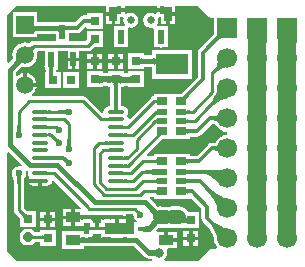
<source format=gtl>
G04*
G04 #@! TF.GenerationSoftware,Altium Limited,Altium Designer,20.2.6 (244)*
G04*
G04 Layer_Physical_Order=1*
G04 Layer_Color=255*
%FSLAX24Y24*%
%MOIN*%
G70*
G04*
G04 #@! TF.SameCoordinates,5BA78797-F0C5-4362-90F7-91A5E935EFA1*
G04*
G04*
G04 #@! TF.FilePolarity,Positive*
G04*
G01*
G75*
%ADD12C,0.0100*%
%ADD34R,0.0300X0.0300*%
%ADD35R,0.0300X0.0300*%
%ADD36R,0.0197X0.0472*%
%ADD37R,0.0394X0.0177*%
%ADD38R,0.0354X0.0256*%
%ADD39R,0.0354X0.0197*%
%ADD40R,0.0500X0.0350*%
%ADD41O,0.0591X0.0118*%
%ADD42P,0.0325X8X292.5*%
%ADD43R,0.0236X0.0472*%
%ADD44R,0.0157X0.0256*%
%ADD45R,0.0256X0.0512*%
%ADD46C,0.0591*%
%ADD47R,0.0591X0.0591*%
%ADD48R,0.1102X0.0709*%
%ADD49C,0.0130*%
%ADD50C,0.0157*%
%ADD51C,0.0472*%
%ADD52C,0.0118*%
%ADD53C,0.0197*%
%ADD54C,0.0591*%
%ADD55C,0.0669*%
%ADD56R,0.0669X0.0669*%
%ADD57C,0.0256*%
%ADD58C,0.0236*%
%ADD59C,0.0315*%
G36*
X6886Y8286D02*
X6886Y8286D01*
X6939Y8252D01*
X7000Y8239D01*
X7047D01*
Y7739D01*
X7046Y7734D01*
X7047Y7728D01*
Y7707D01*
X7022Y7678D01*
X6562Y7218D01*
X6523Y7159D01*
X6509Y7090D01*
Y6274D01*
X5980Y5745D01*
X5971Y5737D01*
X5957Y5726D01*
X5949Y5720D01*
X5670D01*
Y5720D01*
X5630D01*
Y5720D01*
X5040D01*
Y5641D01*
X4998Y5632D01*
X4943Y5595D01*
X4242Y4894D01*
X4188Y4911D01*
X4183Y4935D01*
X4144Y4993D01*
Y4994D01*
X4183Y5052D01*
X4197Y5122D01*
X4183Y5191D01*
X4144Y5249D01*
X4085Y5288D01*
X4016Y5302D01*
X3960D01*
Y5932D01*
X4048D01*
Y5968D01*
X4070Y5969D01*
X4178D01*
X4192Y5969D01*
Y5932D01*
X4305D01*
X4311Y5931D01*
X4317Y5932D01*
X4728D01*
Y6468D01*
X4317D01*
X4311Y6469D01*
X4305Y6468D01*
X4192D01*
Y6413D01*
X4164Y6411D01*
X4071D01*
X4063Y6411D01*
X4048Y6413D01*
Y6468D01*
X3934D01*
X3929Y6469D01*
X3923Y6468D01*
X3637D01*
X3631Y6469D01*
X3625Y6468D01*
X3512D01*
Y6423D01*
X3483Y6421D01*
X3370D01*
X3348Y6422D01*
Y6468D01*
X3234D01*
X3229Y6469D01*
X3223Y6468D01*
X2812D01*
Y5932D01*
X3223D01*
X3229Y5931D01*
X3234Y5932D01*
X3348D01*
Y5977D01*
X3377Y5979D01*
X3490D01*
X3512Y5978D01*
Y5932D01*
X3599D01*
Y5302D01*
X3544D01*
X3474Y5288D01*
X3416Y5249D01*
X3377Y5191D01*
X3363Y5122D01*
X3366Y5107D01*
X3320Y5083D01*
X2811Y5591D01*
X2756Y5628D01*
X2690Y5641D01*
X988D01*
X971Y5691D01*
X1032Y5738D01*
X1095Y5821D01*
X1135Y5917D01*
X1141Y5961D01*
X750D01*
Y6020D01*
X691D01*
Y6411D01*
X647Y6405D01*
X551Y6365D01*
X501Y6327D01*
X451Y6352D01*
Y6437D01*
X601Y6587D01*
X607Y6592D01*
X619Y6601D01*
X629Y6607D01*
X638Y6611D01*
X645Y6613D01*
X649Y6614D01*
X653Y6615D01*
X655Y6615D01*
X666Y6613D01*
X672Y6613D01*
X684Y6612D01*
X685Y6612D01*
X685Y6612D01*
X750Y6603D01*
X858Y6617D01*
X958Y6659D01*
X1045Y6725D01*
X1111Y6812D01*
X1153Y6912D01*
X1167Y7020D01*
X1157Y7099D01*
X1194Y7149D01*
X1403D01*
Y6641D01*
X1402Y6635D01*
X1403Y6629D01*
Y6516D01*
X1439D01*
Y6458D01*
X1420D01*
Y6353D01*
X1419Y6352D01*
X1420Y6348D01*
Y6344D01*
X1418Y6339D01*
X1420Y6333D01*
Y5922D01*
X1956D01*
Y6458D01*
X1800D01*
Y6516D01*
X1836D01*
Y6629D01*
X1837Y6635D01*
X1836Y6641D01*
Y7149D01*
X2169D01*
Y6929D01*
X2368D01*
X2566D01*
Y7149D01*
X2856D01*
X2921Y7162D01*
X2977Y7199D01*
X3034Y7256D01*
X3049Y7270D01*
X3057Y7276D01*
X3067D01*
X3073Y7275D01*
X3078Y7276D01*
X3348D01*
Y7812D01*
X2812D01*
Y7542D01*
X2811Y7537D01*
X2812Y7531D01*
Y7521D01*
X2795Y7502D01*
X2785Y7491D01*
X2210D01*
Y7749D01*
X2500D01*
X2569Y7763D01*
X2628Y7802D01*
X2762Y7936D01*
X2812Y7916D01*
Y7888D01*
X3348D01*
Y8424D01*
X2812D01*
Y8337D01*
X2726D01*
X2657Y8323D01*
X2598Y8284D01*
X2425Y8111D01*
X2210D01*
Y8124D01*
X2098D01*
X2093Y8125D01*
X2093Y8125D01*
X2092Y8125D01*
X2086Y8124D01*
X1902D01*
X1896Y8125D01*
X1891Y8124D01*
X1886Y8125D01*
X1884Y8124D01*
X1777D01*
Y8101D01*
X1168D01*
X1163Y8101D01*
Y8433D01*
X337D01*
Y7607D01*
X1163D01*
Y7699D01*
X1168Y7699D01*
X1772D01*
X1777Y7699D01*
Y7491D01*
X1050D01*
X984Y7478D01*
X929Y7441D01*
X895Y7407D01*
X858Y7423D01*
X750Y7437D01*
X642Y7423D01*
X542Y7381D01*
X455Y7315D01*
X389Y7228D01*
X347Y7128D01*
X333Y7020D01*
X342Y6955D01*
X342Y6955D01*
X342Y6954D01*
X343Y6942D01*
X343Y6936D01*
X345Y6925D01*
X345Y6923D01*
X344Y6919D01*
X343Y6915D01*
X341Y6908D01*
X337Y6899D01*
X331Y6889D01*
X322Y6877D01*
X317Y6871D01*
X207Y6761D01*
X161Y6780D01*
Y8333D01*
X467Y8639D01*
X3467D01*
Y8449D01*
X3695D01*
Y8390D01*
X3754D01*
Y8034D01*
X3923D01*
Y8290D01*
X4002D01*
X4038Y8240D01*
X4024Y8173D01*
X4044Y8077D01*
X4078Y8026D01*
X4051Y7976D01*
X3704D01*
Y7645D01*
X3700Y7622D01*
X3704Y7599D01*
Y7268D01*
X4177D01*
Y7599D01*
X4182Y7622D01*
X4177Y7645D01*
Y7891D01*
X4227Y7932D01*
X4275Y7922D01*
X4371Y7942D01*
X4453Y7996D01*
X4507Y8077D01*
X4526Y8173D01*
X4507Y8269D01*
X4453Y8351D01*
X4371Y8405D01*
X4275Y8424D01*
X4179Y8405D01*
X4130Y8372D01*
X4080Y8399D01*
Y8459D01*
X3901D01*
Y8577D01*
X4080D01*
Y8639D01*
X5140D01*
Y8577D01*
X5319D01*
Y8459D01*
X5140D01*
Y8399D01*
X5090Y8372D01*
X5041Y8405D01*
X4945Y8424D01*
X4849Y8405D01*
X4767Y8351D01*
X4713Y8269D01*
X4694Y8173D01*
X4713Y8077D01*
X4767Y7996D01*
X4849Y7942D01*
X4945Y7922D01*
X4993Y7932D01*
X5043Y7891D01*
Y7520D01*
X5039Y7500D01*
X5043Y7480D01*
Y7268D01*
X5236D01*
X5280Y7259D01*
X5324Y7268D01*
X5516D01*
Y7473D01*
X5521Y7500D01*
X5516Y7527D01*
Y7976D01*
X5169D01*
X5142Y8026D01*
X5176Y8077D01*
X5196Y8173D01*
X5182Y8240D01*
X5218Y8290D01*
X5297D01*
Y8034D01*
X5466D01*
Y8390D01*
X5525D01*
Y8449D01*
X5753D01*
Y8639D01*
X6533D01*
X6886Y8286D01*
D02*
G37*
G36*
X2931Y8038D02*
X2930Y8049D01*
X2926Y8059D01*
X2921Y8068D01*
X2912Y8076D01*
X2902Y8082D01*
X2889Y8087D01*
X2873Y8092D01*
X2856Y8094D01*
X2836Y8096D01*
X2813Y8097D01*
Y8215D01*
X2836Y8216D01*
X2856Y8217D01*
X2873Y8220D01*
X2889Y8224D01*
X2902Y8230D01*
X2912Y8236D01*
X2921Y8244D01*
X2926Y8253D01*
X2930Y8263D01*
X2931Y8274D01*
Y8038D01*
D02*
G37*
G36*
X2092Y8002D02*
X2096Y7999D01*
X2101Y7997D01*
X2110Y7995D01*
X2120Y7993D01*
X2133Y7992D01*
X2187Y7989D01*
X2209Y7989D01*
Y7871D01*
X2186Y7870D01*
X2166Y7869D01*
X2148Y7866D01*
X2133Y7861D01*
X2120Y7856D01*
X2109Y7850D01*
X2101Y7842D01*
X2095Y7833D01*
X2091Y7823D01*
X2090Y7812D01*
X2091Y8005D01*
X2092Y8002D01*
D02*
G37*
G36*
X2056Y7851D02*
X2055Y7848D01*
X2055Y7843D01*
X2054Y7829D01*
X2053Y7770D01*
X1935D01*
X1931Y7853D01*
X2057D01*
X2056Y7851D01*
D02*
G37*
G36*
X1898Y7743D02*
X1896Y7757D01*
X1891Y7771D01*
X1883Y7783D01*
X1872Y7793D01*
X1858Y7802D01*
X1840Y7809D01*
X1820Y7814D01*
X1796Y7818D01*
X1769Y7820D01*
X1739Y7821D01*
Y7979D01*
X1769Y7979D01*
X1857Y7985D01*
X1871Y7988D01*
X1882Y7992D01*
X1890Y7996D01*
X1895Y8000D01*
X1896Y8005D01*
X1898Y7743D01*
D02*
G37*
G36*
X1044Y8043D02*
X1049Y8029D01*
X1057Y8017D01*
X1068Y8007D01*
X1083Y7998D01*
X1100Y7991D01*
X1121Y7986D01*
X1144Y7982D01*
X1171Y7980D01*
X1202Y7979D01*
Y7821D01*
X1171Y7820D01*
X1144Y7818D01*
X1121Y7814D01*
X1100Y7809D01*
X1083Y7802D01*
X1068Y7793D01*
X1057Y7783D01*
X1049Y7771D01*
X1044Y7757D01*
X1043Y7743D01*
Y8057D01*
X1044Y8043D01*
D02*
G37*
G36*
X7334Y7567D02*
X7324Y7573D01*
X7314Y7577D01*
X7301D01*
X7287Y7573D01*
X7271Y7567D01*
X7253Y7557D01*
X7234Y7543D01*
X7213Y7526D01*
X7167Y7483D01*
X7083Y7567D01*
X7106Y7591D01*
X7143Y7634D01*
X7157Y7653D01*
X7167Y7671D01*
X7173Y7687D01*
X7177Y7701D01*
Y7714D01*
X7173Y7724D01*
X7167Y7734D01*
X7334Y7567D01*
D02*
G37*
G36*
X3073Y7395D02*
X3065Y7401D01*
X3056Y7404D01*
X3045D01*
X3033Y7401D01*
X3020Y7395D01*
X3005Y7387D01*
X2988Y7375D01*
X2971Y7361D01*
X2931Y7325D01*
X2860Y7395D01*
X2880Y7416D01*
X2911Y7453D01*
X2923Y7469D01*
X2931Y7484D01*
X2937Y7497D01*
X2940Y7509D01*
Y7520D01*
X2937Y7529D01*
X2931Y7537D01*
X3073Y7395D01*
D02*
G37*
G36*
X1062Y7261D02*
X1049Y7248D01*
X1039Y7235D01*
X1030Y7222D01*
X1022Y7210D01*
X1017Y7199D01*
X1013Y7187D01*
X1012Y7176D01*
X1012Y7166D01*
X1014Y7156D01*
X1017Y7146D01*
X876Y7287D01*
X886Y7284D01*
X896Y7282D01*
X906Y7282D01*
X917Y7283D01*
X929Y7287D01*
X940Y7292D01*
X952Y7300D01*
X965Y7309D01*
X978Y7319D01*
X991Y7332D01*
X1062Y7261D01*
D02*
G37*
G36*
X940Y7139D02*
X829Y7020D01*
X750Y7099D01*
X753Y7100D01*
X757Y7103D01*
X764Y7109D01*
X797Y7139D01*
X869Y7210D01*
X940Y7139D01*
D02*
G37*
G36*
X9826Y7561D02*
X9820Y7543D01*
X9814Y7513D01*
X9809Y7472D01*
X9801Y7354D01*
X9795Y6976D01*
X9205D01*
X9204Y7088D01*
X9174Y7561D01*
X9167Y7567D01*
X9833D01*
X9826Y7561D01*
D02*
G37*
G36*
X8826D02*
X8820Y7543D01*
X8814Y7513D01*
X8809Y7472D01*
X8801Y7354D01*
X8795Y6976D01*
X8205D01*
X8204Y7088D01*
X8174Y7561D01*
X8167Y7567D01*
X8833D01*
X8826Y7561D01*
D02*
G37*
G36*
X685Y6732D02*
X666Y6735D01*
X648Y6735D01*
X629Y6733D01*
X611Y6729D01*
X591Y6722D01*
X572Y6713D01*
X553Y6701D01*
X533Y6687D01*
X513Y6671D01*
X493Y6652D01*
X382Y6763D01*
X401Y6783D01*
X417Y6803D01*
X431Y6823D01*
X443Y6842D01*
X452Y6861D01*
X459Y6880D01*
X463Y6899D01*
X465Y6918D01*
X465Y6936D01*
X462Y6955D01*
X685Y6732D01*
D02*
G37*
G36*
X7435Y6572D02*
X7402Y6575D01*
X7368Y6574D01*
X7332Y6566D01*
X7294Y6554D01*
X7255Y6536D01*
X7214Y6512D01*
X7172Y6484D01*
X7128Y6449D01*
X7082Y6410D01*
X7035Y6365D01*
X6965Y6435D01*
X7010Y6482D01*
X7084Y6572D01*
X7112Y6614D01*
X7136Y6655D01*
X7154Y6694D01*
X7166Y6732D01*
X7174Y6768D01*
X7175Y6802D01*
X7172Y6835D01*
X7435Y6572D01*
D02*
G37*
G36*
X1710Y6634D02*
X1703Y6630D01*
X1697Y6624D01*
X1692Y6616D01*
X1688Y6605D01*
X1685Y6592D01*
X1682Y6577D01*
X1680Y6559D01*
X1679Y6517D01*
X1561D01*
X1560Y6539D01*
X1557Y6577D01*
X1554Y6592D01*
X1551Y6605D01*
X1547Y6616D01*
X1542Y6624D01*
X1536Y6630D01*
X1530Y6634D01*
X1522Y6635D01*
X1717D01*
X1710Y6634D01*
D02*
G37*
G36*
X1679Y6434D02*
X1681Y6414D01*
X1684Y6397D01*
X1688Y6381D01*
X1693Y6368D01*
X1700Y6358D01*
X1708Y6349D01*
X1716Y6344D01*
X1726Y6340D01*
X1738Y6339D01*
X1539D01*
X1543Y6340D01*
X1547Y6344D01*
X1550Y6349D01*
X1553Y6358D01*
X1555Y6368D01*
X1557Y6381D01*
X1560Y6414D01*
X1561Y6457D01*
X1679D01*
X1679Y6434D01*
D02*
G37*
G36*
X4311Y6051D02*
X4309Y6059D01*
X4303Y6066D01*
X4293Y6072D01*
X4280Y6077D01*
X4262Y6081D01*
X4240Y6085D01*
X4215Y6088D01*
X4152Y6091D01*
X4120Y6092D01*
X4088Y6091D01*
X4000Y6085D01*
X3978Y6081D01*
X3960Y6077D01*
X3946Y6072D01*
X3937Y6066D01*
X3931Y6059D01*
X3929Y6051D01*
Y6349D01*
X3931Y6337D01*
X3937Y6327D01*
X3946Y6318D01*
X3960Y6310D01*
X3978Y6304D01*
X4000Y6298D01*
X4025Y6294D01*
X4055Y6291D01*
X4122Y6289D01*
X4152Y6289D01*
X4215Y6294D01*
X4240Y6298D01*
X4262Y6304D01*
X4280Y6310D01*
X4293Y6318D01*
X4303Y6327D01*
X4309Y6337D01*
X4311Y6349D01*
Y6051D01*
D02*
G37*
G36*
X3631D02*
X3629Y6061D01*
X3623Y6069D01*
X3613Y6077D01*
X3600Y6083D01*
X3582Y6089D01*
X3560Y6094D01*
X3535Y6097D01*
X3472Y6101D01*
X3434Y6102D01*
Y6298D01*
X3472Y6299D01*
X3560Y6306D01*
X3582Y6311D01*
X3600Y6317D01*
X3613Y6323D01*
X3623Y6331D01*
X3629Y6339D01*
X3631Y6349D01*
Y6051D01*
D02*
G37*
G36*
X3231Y6339D02*
X3237Y6331D01*
X3246Y6323D01*
X3260Y6317D01*
X3278Y6311D01*
X3300Y6306D01*
X3325Y6303D01*
X3388Y6299D01*
X3425Y6298D01*
Y6102D01*
X3388Y6101D01*
X3300Y6094D01*
X3278Y6089D01*
X3260Y6083D01*
X3246Y6077D01*
X3237Y6069D01*
X3231Y6061D01*
X3229Y6051D01*
Y6349D01*
X3231Y6339D01*
D02*
G37*
G36*
X3847Y6126D02*
X3846Y6120D01*
X3849D01*
X3847Y6116D01*
X3846Y6109D01*
X3844Y6097D01*
X3842Y6064D01*
X3841Y6052D01*
X3898D01*
X3887Y6051D01*
X3877Y6048D01*
X3868Y6042D01*
X3860Y6033D01*
X3854Y6023D01*
X3848Y6009D01*
X3844Y5994D01*
X3841Y5976D01*
X3840Y5958D01*
X3839Y5914D01*
X3721D01*
X3717Y5983D01*
X3715Y5994D01*
X3711Y6009D01*
X3706Y6023D01*
X3700Y6033D01*
X3692Y6042D01*
X3683Y6048D01*
X3673Y6051D01*
X3662Y6052D01*
X3714D01*
X3710Y6120D01*
X3711D01*
X3710Y6130D01*
X3849D01*
X3847Y6126D01*
D02*
G37*
G36*
X6224Y5650D02*
X6199Y5623D01*
X6159Y5577D01*
X6145Y5557D01*
X6134Y5539D01*
X6128Y5523D01*
X6125Y5510D01*
X6126Y5499D01*
X6131Y5490D01*
X6140Y5483D01*
X5925Y5599D01*
X5936Y5595D01*
X5948Y5594D01*
X5962Y5595D01*
X5977Y5599D01*
X5993Y5606D01*
X6010Y5616D01*
X6029Y5629D01*
X6049Y5644D01*
X6070Y5663D01*
X6092Y5684D01*
X6224Y5650D01*
D02*
G37*
G36*
X5160Y5379D02*
X5159Y5387D01*
X5156Y5395D01*
X5152Y5402D01*
X5145Y5408D01*
X5136Y5413D01*
X5126Y5417D01*
X5113Y5420D01*
X5099Y5422D01*
X5082Y5423D01*
X5064Y5424D01*
Y5524D01*
X5082Y5524D01*
X5099Y5526D01*
X5113Y5528D01*
X5126Y5531D01*
X5136Y5535D01*
X5145Y5540D01*
X5152Y5546D01*
X5156Y5553D01*
X5159Y5561D01*
X5160Y5569D01*
Y5379D01*
D02*
G37*
G36*
X3839Y5276D02*
X3841Y5256D01*
X3844Y5238D01*
X3848Y5222D01*
X3854Y5209D01*
X3860Y5198D01*
X3868Y5190D01*
X3877Y5184D01*
X3887Y5181D01*
X3898Y5179D01*
X3662D01*
X3673Y5181D01*
X3683Y5184D01*
X3692Y5190D01*
X3700Y5198D01*
X3706Y5209D01*
X3711Y5222D01*
X3715Y5238D01*
X3718Y5256D01*
X3720Y5276D01*
X3721Y5299D01*
X3839D01*
X3839Y5276D01*
D02*
G37*
G36*
X7500Y5565D02*
X7446Y5561D01*
X7389Y5549D01*
X7329Y5529D01*
X7266Y5500D01*
X7200Y5463D01*
X7131Y5418D01*
X7060Y5365D01*
X6908Y5235D01*
X6828Y5157D01*
X6757Y5228D01*
X6835Y5308D01*
X6965Y5460D01*
X7018Y5531D01*
X7063Y5600D01*
X7100Y5666D01*
X7129Y5729D01*
X7149Y5789D01*
X7161Y5846D01*
X7165Y5900D01*
X7500Y5565D01*
D02*
G37*
G36*
X1521Y5175D02*
X1525Y5174D01*
X1531Y5174D01*
X1561Y5172D01*
X1626Y5172D01*
Y5072D01*
X1519Y5067D01*
Y5176D01*
X1521Y5175D01*
D02*
G37*
G36*
X2127Y5038D02*
X2118Y5044D01*
X2106Y5049D01*
X2090Y5054D01*
X2070Y5058D01*
X2046Y5062D01*
X1986Y5067D01*
X1868Y5070D01*
X1866Y5170D01*
X1909Y5170D01*
X2044Y5179D01*
X2068Y5183D01*
X2088Y5187D01*
X2105Y5192D01*
X2117Y5198D01*
X2126Y5205D01*
X2127Y5038D01*
D02*
G37*
G36*
X6142Y5216D02*
X6145Y5208D01*
X6150Y5201D01*
X6157Y5194D01*
X6166Y5189D01*
X6177Y5185D01*
X6190Y5182D01*
X6205Y5179D01*
X6222Y5178D01*
X6241Y5177D01*
Y5077D01*
X6222Y5077D01*
X6205Y5076D01*
X6190Y5073D01*
X6177Y5070D01*
X6166Y5066D01*
X6157Y5060D01*
X6150Y5054D01*
X6145Y5047D01*
X6142Y5039D01*
X6141Y5030D01*
Y5225D01*
X6142Y5216D01*
D02*
G37*
G36*
X3521Y4811D02*
X3519Y4812D01*
X3515Y4813D01*
X3509Y4813D01*
X3479Y4815D01*
X3414Y4816D01*
Y4916D01*
X3521Y4920D01*
Y4811D01*
D02*
G37*
G36*
X1521Y4919D02*
X1525Y4919D01*
X1531Y4918D01*
X1561Y4916D01*
X1626Y4916D01*
Y4816D01*
X1519Y4811D01*
Y4920D01*
X1521Y4919D01*
D02*
G37*
G36*
X7191Y4772D02*
X7183Y4785D01*
X7170Y4797D01*
X7154Y4807D01*
X7132Y4816D01*
X7106Y4824D01*
X7076Y4830D01*
X7041Y4835D01*
X6958Y4840D01*
X6910Y4841D01*
Y4959D01*
X6958Y4960D01*
X7076Y4970D01*
X7106Y4976D01*
X7132Y4984D01*
X7154Y4993D01*
X7170Y5003D01*
X7183Y5015D01*
X7191Y5028D01*
Y4772D01*
D02*
G37*
G36*
X5160Y4739D02*
X5160Y4743D01*
X5157Y4747D01*
X5154Y4751D01*
X5148Y4754D01*
X5142Y4757D01*
X5133Y4759D01*
X5124Y4760D01*
X5112Y4762D01*
X5085Y4763D01*
Y4863D01*
X5100Y4863D01*
X5124Y4865D01*
X5133Y4866D01*
X5142Y4868D01*
X5148Y4871D01*
X5154Y4874D01*
X5157Y4878D01*
X5160Y4882D01*
X5160Y4886D01*
Y4739D01*
D02*
G37*
G36*
X6142Y4901D02*
X6145Y4893D01*
X6150Y4886D01*
X6157Y4880D01*
X6166Y4874D01*
X6177Y4870D01*
X6190Y4867D01*
X6205Y4864D01*
X6222Y4863D01*
X6241Y4863D01*
Y4763D01*
X6222Y4762D01*
X6205Y4761D01*
X6190Y4758D01*
X6177Y4755D01*
X6166Y4751D01*
X6157Y4746D01*
X6150Y4739D01*
X6145Y4732D01*
X6142Y4724D01*
X6141Y4715D01*
Y4910D01*
X6142Y4901D01*
D02*
G37*
G36*
X4041Y4663D02*
X4045Y4663D01*
X4051Y4662D01*
X4080Y4660D01*
X4145Y4660D01*
Y4560D01*
X4039Y4555D01*
Y4664D01*
X4041Y4663D01*
D02*
G37*
G36*
X1521D02*
X1525Y4663D01*
X1531Y4662D01*
X1561Y4660D01*
X1626Y4660D01*
Y4560D01*
X1519Y4555D01*
Y4664D01*
X1521Y4663D01*
D02*
G37*
G36*
X600Y4654D02*
X612Y4495D01*
X616Y4475D01*
X621Y4458D01*
X627Y4446D01*
X634Y4437D01*
X466D01*
X473Y4446D01*
X479Y4458D01*
X484Y4475D01*
X488Y4495D01*
X492Y4519D01*
X497Y4579D01*
X500Y4654D01*
X500Y4697D01*
X600D01*
X600Y4654D01*
D02*
G37*
G36*
X6142Y4573D02*
X6146Y4563D01*
X6152Y4554D01*
X6160Y4546D01*
X6170Y4540D01*
X6183Y4535D01*
X6199Y4530D01*
X6217Y4527D01*
X6237Y4526D01*
X6259Y4525D01*
Y4407D01*
X6237Y4406D01*
X6217Y4405D01*
X6199Y4402D01*
X6183Y4398D01*
X6170Y4392D01*
X6160Y4386D01*
X6152Y4378D01*
X6146Y4369D01*
X6142Y4359D01*
X6141Y4348D01*
Y4584D01*
X6142Y4573D01*
D02*
G37*
G36*
X5350Y4341D02*
X5340Y4344D01*
X5329Y4345D01*
X5317Y4344D01*
X5305Y4340D01*
X5291Y4334D01*
X5276Y4325D01*
X5261Y4315D01*
X5244Y4302D01*
X5227Y4286D01*
X5208Y4269D01*
X5088Y4290D01*
X5110Y4313D01*
X5145Y4353D01*
X5157Y4370D01*
X5166Y4385D01*
X5171Y4398D01*
X5174Y4409D01*
X5172Y4419D01*
X5168Y4426D01*
X5160Y4432D01*
X5350Y4341D01*
D02*
G37*
G36*
X4041Y4408D02*
X4045Y4407D01*
X4051Y4406D01*
X4080Y4405D01*
X4145Y4404D01*
Y4304D01*
X4039Y4299D01*
Y4408D01*
X4041Y4408D01*
D02*
G37*
G36*
X7029Y4715D02*
X7056Y4711D01*
X7077Y4707D01*
X7092Y4703D01*
X7105Y4672D01*
X7177Y4577D01*
X7272Y4505D01*
X7382Y4459D01*
X7500Y4443D01*
Y4357D01*
X7382Y4341D01*
X7272Y4295D01*
X7177Y4223D01*
X7105Y4128D01*
X7087Y4085D01*
X7086Y4085D01*
X7016Y4081D01*
X6970D01*
X6901Y4067D01*
X6842Y4028D01*
X6469Y3655D01*
X6260D01*
Y3720D01*
X5670D01*
Y3720D01*
X5630D01*
Y3720D01*
X5040D01*
Y3645D01*
X5039Y3645D01*
X4822D01*
X4803Y3692D01*
X5315Y4204D01*
X5321Y4209D01*
X5332Y4218D01*
X5335Y4220D01*
X5630D01*
Y4220D01*
X5670D01*
Y4220D01*
X6260D01*
Y4285D01*
X6476D01*
X6545Y4299D01*
X6604Y4338D01*
X6983Y4718D01*
X7029Y4715D01*
D02*
G37*
G36*
X1521Y4408D02*
X1526Y4407D01*
X1532Y4406D01*
X1564Y4405D01*
X1634Y4404D01*
Y4327D01*
X1683Y4376D01*
X1714Y4346D01*
X1834Y4242D01*
X1851Y4230D01*
X1867Y4222D01*
X1879Y4218D01*
X1890Y4216D01*
X1772Y4098D01*
X1770Y4108D01*
X1765Y4121D01*
X1757Y4137D01*
X1746Y4154D01*
X1732Y4173D01*
X1694Y4219D01*
X1642Y4274D01*
X1614Y4303D01*
X1519Y4299D01*
Y4408D01*
X1521Y4408D01*
D02*
G37*
G36*
X3521Y4043D02*
X3519Y4044D01*
X3515Y4045D01*
X3509Y4046D01*
X3479Y4047D01*
X3414Y4048D01*
Y4148D01*
X3521Y4152D01*
Y4043D01*
D02*
G37*
G36*
X2260Y4170D02*
X2272Y4011D01*
X2276Y3991D01*
X2281Y3975D01*
X2287Y3962D01*
X2294Y3953D01*
X2126D01*
X2133Y3962D01*
X2139Y3975D01*
X2144Y3991D01*
X2148Y4011D01*
X2152Y4035D01*
X2157Y4095D01*
X2160Y4170D01*
X2160Y4213D01*
X2260D01*
X2260Y4170D01*
D02*
G37*
G36*
X7180Y3802D02*
X7176Y3810D01*
X7168Y3816D01*
X7156Y3822D01*
X7141Y3827D01*
X7122Y3831D01*
X7099Y3835D01*
X7042Y3839D01*
X6970Y3841D01*
Y3959D01*
X7008Y3959D01*
X7099Y3965D01*
X7122Y3969D01*
X7141Y3973D01*
X7156Y3978D01*
X7168Y3984D01*
X7176Y3990D01*
X7180Y3998D01*
Y3802D01*
D02*
G37*
G36*
X3521Y3788D02*
X3519Y3788D01*
X3515Y3789D01*
X3509Y3790D01*
X3479Y3791D01*
X3414Y3792D01*
Y3892D01*
X3521Y3897D01*
Y3788D01*
D02*
G37*
G36*
X4041Y3640D02*
X4045Y3639D01*
X4051Y3638D01*
X4080Y3637D01*
X4145Y3636D01*
Y3536D01*
X4039Y3532D01*
Y3641D01*
X4041Y3640D01*
D02*
G37*
G36*
X2187Y3526D02*
X2094Y3433D01*
X2093Y3436D01*
X2091Y3440D01*
X2086Y3446D01*
X2069Y3465D01*
X1992Y3544D01*
X2076Y3628D01*
X2187Y3526D01*
D02*
G37*
G36*
X5160Y3534D02*
X5194Y3536D01*
X5214Y3540D01*
X5230Y3545D01*
X5243Y3551D01*
X5252Y3558D01*
Y3390D01*
X5243Y3397D01*
X5230Y3402D01*
X5214Y3407D01*
X5194Y3412D01*
X5170Y3416D01*
X5160Y3416D01*
Y3374D01*
X5159Y3383D01*
X5156Y3392D01*
X5151Y3399D01*
X5144Y3406D01*
X5135Y3411D01*
X5124Y3416D01*
X5111Y3419D01*
X5099Y3421D01*
X5035Y3424D01*
X4992Y3424D01*
Y3524D01*
X5035Y3524D01*
X5118Y3530D01*
X5124Y3532D01*
X5135Y3536D01*
X5144Y3542D01*
X5151Y3548D01*
X5156Y3556D01*
X5159Y3564D01*
X5160Y3574D01*
Y3534D01*
D02*
G37*
G36*
X6142Y3581D02*
X6146Y3571D01*
X6152Y3562D01*
X6160Y3554D01*
X6170Y3548D01*
X6183Y3542D01*
X6199Y3538D01*
X6217Y3535D01*
X6237Y3534D01*
X6259Y3533D01*
Y3415D01*
X6237Y3414D01*
X6217Y3413D01*
X6199Y3410D01*
X6183Y3405D01*
X6170Y3400D01*
X6160Y3394D01*
X6152Y3386D01*
X6146Y3377D01*
X6142Y3367D01*
X6141Y3356D01*
Y3592D01*
X6142Y3581D01*
D02*
G37*
G36*
X642Y3348D02*
X617Y3302D01*
X550Y3315D01*
X458Y3297D01*
X380Y3245D01*
X327Y3167D01*
X309Y3074D01*
X327Y2982D01*
X367Y2923D01*
X367Y2923D01*
X368Y2916D01*
X379Y2779D01*
Y1846D01*
X392Y1780D01*
X429Y1725D01*
X552Y1602D01*
X566Y1586D01*
X572Y1579D01*
Y1569D01*
X571Y1563D01*
X572Y1558D01*
Y1288D01*
X1108D01*
Y1824D01*
X838D01*
X833Y1825D01*
X827Y1824D01*
X817D01*
X798Y1841D01*
X721Y1917D01*
Y2790D01*
X723Y2842D01*
X728Y2895D01*
X731Y2911D01*
X733Y2923D01*
X733Y2923D01*
X773Y2982D01*
X791Y3074D01*
X779Y3133D01*
X821Y3167D01*
X852Y3155D01*
X857Y3143D01*
X843Y3074D01*
X857Y3005D01*
X896Y2947D01*
X884Y2895D01*
X874Y2880D01*
X874Y2877D01*
X1260D01*
Y2818D01*
X1319D01*
Y2656D01*
X1496D01*
X1558Y2669D01*
X1611Y2704D01*
X1646Y2756D01*
X1657Y2810D01*
X1683Y2824D01*
X1707Y2830D01*
X2612Y1925D01*
X2593Y1879D01*
X2419D01*
Y1604D01*
Y1329D01*
X2710D01*
Y1413D01*
X2713Y1417D01*
X2714Y1417D01*
X2905D01*
X2905Y1417D01*
X2910Y1411D01*
Y1286D01*
X3101D01*
Y1536D01*
X3219D01*
Y1286D01*
X3410D01*
Y1412D01*
X3413Y1416D01*
X3413Y1417D01*
X3513D01*
Y1415D01*
X3552D01*
X3558Y1410D01*
X3563Y1409D01*
X3568Y1405D01*
X3586Y1402D01*
X3603Y1397D01*
X3609Y1397D01*
X3614Y1396D01*
X3632Y1400D01*
X3649Y1401D01*
X3655Y1404D01*
X3660Y1405D01*
X3675Y1415D01*
X3676Y1415D01*
X3751D01*
Y1604D01*
X3810D01*
Y1663D01*
X4107D01*
Y1699D01*
X4348D01*
X4355Y1690D01*
X4372Y1603D01*
X4425Y1525D01*
X4482Y1487D01*
X4466Y1437D01*
X4388D01*
Y1057D01*
X4125D01*
Y1063D01*
X4013D01*
X4008Y1064D01*
X4007Y1064D01*
X4006Y1064D01*
X4000Y1063D01*
X3620D01*
X3614Y1064D01*
X3611Y1063D01*
X3608Y1064D01*
X3591Y1063D01*
X3495D01*
Y1057D01*
X3482Y1057D01*
X3433D01*
X3428Y1057D01*
Y1192D01*
X2892D01*
Y1057D01*
X2887Y1057D01*
X2733D01*
X2728Y1057D01*
Y1149D01*
X1992D01*
Y563D01*
X2728D01*
Y655D01*
X2733Y655D01*
X3009D01*
X3011Y655D01*
X3013Y655D01*
X3307D01*
X3309Y655D01*
X3310Y655D01*
X3310Y655D01*
X3342Y655D01*
X3495D01*
Y649D01*
X3607D01*
X3612Y648D01*
X3613Y648D01*
X3614Y648D01*
X3620Y649D01*
X4000D01*
X4006Y648D01*
X4009Y649D01*
X4012Y648D01*
X4029Y649D01*
X4125D01*
Y655D01*
X4138Y655D01*
X4369D01*
X4746Y278D01*
X4811Y235D01*
X4888Y219D01*
X4990D01*
X5000Y212D01*
X5001Y211D01*
X4973Y161D01*
X467D01*
X161Y467D01*
Y3764D01*
X207Y3783D01*
X642Y3348D01*
D02*
G37*
G36*
X4041Y3384D02*
X4045Y3383D01*
X4051Y3382D01*
X4080Y3381D01*
X4145Y3380D01*
Y3280D01*
X4039Y3276D01*
Y3385D01*
X4041Y3384D01*
D02*
G37*
G36*
X5205Y3184D02*
X5209Y3183D01*
X5217Y3182D01*
X5226Y3181D01*
X5270Y3178D01*
X5335Y3177D01*
Y3077D01*
X5311Y3077D01*
X5205Y3071D01*
X5203Y3069D01*
Y3186D01*
X5205Y3184D01*
D02*
G37*
G36*
X5160Y3068D02*
X5160Y3070D01*
X5158Y3072D01*
X5155Y3073D01*
X5151Y3074D01*
X5145Y3075D01*
X5139Y3076D01*
X5122Y3077D01*
X5100Y3077D01*
Y3177D01*
X5111Y3178D01*
X5145Y3180D01*
X5151Y3181D01*
X5155Y3182D01*
X5158Y3183D01*
X5160Y3185D01*
X5160Y3187D01*
Y3068D01*
D02*
G37*
G36*
X5017Y3044D02*
X5008Y3050D01*
X4995Y3056D01*
X4979Y3061D01*
X4959Y3065D01*
X4935Y3069D01*
X4875Y3074D01*
X4800Y3077D01*
X4757Y3077D01*
Y3177D01*
X4800Y3178D01*
X4959Y3190D01*
X4979Y3194D01*
X4995Y3199D01*
X5008Y3205D01*
X5017Y3211D01*
Y3044D01*
D02*
G37*
G36*
X6142Y3217D02*
X6146Y3211D01*
X6152Y3205D01*
X6160Y3200D01*
X6170Y3196D01*
X6183Y3193D01*
X6199Y3190D01*
X6217Y3188D01*
X6259Y3187D01*
Y3068D01*
X6237Y3068D01*
X6199Y3065D01*
X6183Y3062D01*
X6170Y3059D01*
X6160Y3055D01*
X6152Y3050D01*
X6146Y3044D01*
X6142Y3038D01*
X6141Y3030D01*
Y3225D01*
X6142Y3217D01*
D02*
G37*
G36*
X4041Y3128D02*
X4045Y3127D01*
X4051Y3127D01*
X4080Y3125D01*
X4145Y3124D01*
Y3024D01*
X4039Y3020D01*
Y3129D01*
X4041Y3128D01*
D02*
G37*
G36*
X1521D02*
X1525Y3127D01*
X1531Y3127D01*
X1561Y3125D01*
X1626Y3124D01*
Y3024D01*
X1519Y3020D01*
Y3129D01*
X1521Y3128D01*
D02*
G37*
G36*
X4041Y2872D02*
X4045Y2871D01*
X4051Y2871D01*
X4080Y2869D01*
X4145Y2868D01*
Y2768D01*
X4039Y2764D01*
Y2873D01*
X4041Y2872D01*
D02*
G37*
G36*
X627Y2982D02*
X621Y2970D01*
X616Y2953D01*
X612Y2933D01*
X608Y2909D01*
X603Y2849D01*
X600Y2774D01*
X600Y2731D01*
X500D01*
X500Y2774D01*
X488Y2933D01*
X484Y2953D01*
X479Y2970D01*
X473Y2982D01*
X466Y2991D01*
X634D01*
X627Y2982D01*
D02*
G37*
G36*
X7219Y2719D02*
X7171Y2785D01*
X7119Y2844D01*
X7063Y2897D01*
X7002Y2942D01*
X6937Y2981D01*
X6867Y3012D01*
X6792Y3037D01*
X6713Y3054D01*
X6630Y3065D01*
X6542Y3068D01*
X6585Y3187D01*
X7337Y3192D01*
X7219Y2719D01*
D02*
G37*
G36*
X6142Y2902D02*
X6146Y2896D01*
X6152Y2890D01*
X6160Y2885D01*
X6170Y2881D01*
X6183Y2878D01*
X6199Y2875D01*
X6217Y2873D01*
X6259Y2872D01*
Y2753D01*
X6237Y2753D01*
X6199Y2750D01*
X6183Y2747D01*
X6170Y2744D01*
X6160Y2740D01*
X6152Y2735D01*
X6146Y2729D01*
X6142Y2723D01*
X6141Y2715D01*
Y2910D01*
X6142Y2902D01*
D02*
G37*
G36*
X5159Y2715D02*
X5158Y2724D01*
X5155Y2732D01*
X5150Y2739D01*
X5143Y2746D01*
X5134Y2751D01*
X5123Y2755D01*
X5110Y2758D01*
X5095Y2761D01*
X5078Y2762D01*
X5059Y2763D01*
Y2863D01*
X5078Y2863D01*
X5095Y2864D01*
X5110Y2867D01*
X5123Y2870D01*
X5134Y2874D01*
X5143Y2880D01*
X5150Y2886D01*
X5155Y2893D01*
X5158Y2901D01*
X5159Y2910D01*
Y2715D01*
D02*
G37*
G36*
X5160Y2366D02*
X5159Y2376D01*
X5156Y2384D01*
X5151Y2392D01*
X5144Y2398D01*
X5135Y2404D01*
X5124Y2408D01*
X5111Y2412D01*
X5096Y2414D01*
X5078Y2416D01*
X5059Y2416D01*
Y2516D01*
X5078Y2517D01*
X5096Y2518D01*
X5111Y2521D01*
X5124Y2524D01*
X5135Y2529D01*
X5144Y2534D01*
X5151Y2541D01*
X5156Y2548D01*
X5159Y2557D01*
X5160Y2566D01*
Y2366D01*
D02*
G37*
G36*
X6142Y2573D02*
X6146Y2563D01*
X6152Y2554D01*
X6160Y2546D01*
X6170Y2540D01*
X6183Y2535D01*
X6199Y2530D01*
X6217Y2527D01*
X6237Y2526D01*
X6259Y2525D01*
Y2407D01*
X6237Y2406D01*
X6217Y2405D01*
X6199Y2402D01*
X6183Y2398D01*
X6170Y2392D01*
X6160Y2386D01*
X6152Y2378D01*
X6146Y2369D01*
X6142Y2359D01*
X6141Y2348D01*
Y2584D01*
X6142Y2573D01*
D02*
G37*
G36*
X6921Y2565D02*
X7071Y2435D01*
X7142Y2382D01*
X7210Y2337D01*
X7274Y2301D01*
X7336Y2272D01*
X7394Y2252D01*
X7450Y2239D01*
X7503Y2235D01*
X7165Y1897D01*
X7161Y1950D01*
X7148Y2006D01*
X7128Y2064D01*
X7099Y2126D01*
X7063Y2190D01*
X7018Y2258D01*
X6965Y2329D01*
X6835Y2479D01*
X6758Y2558D01*
X6842Y2642D01*
X6921Y2565D01*
D02*
G37*
G36*
X4474Y1887D02*
X4553Y1818D01*
X4561Y1813D01*
X4567Y1811D01*
X4571Y1811D01*
X4479Y1719D01*
X4479Y1723D01*
X4477Y1729D01*
X4472Y1737D01*
X4466Y1746D01*
X4457Y1757D01*
X4420Y1799D01*
X4385Y1835D01*
X4455Y1905D01*
X4474Y1887D01*
D02*
G37*
G36*
X712Y1756D02*
X748Y1725D01*
X765Y1713D01*
X780Y1705D01*
X793Y1699D01*
X805Y1696D01*
X816D01*
X825Y1699D01*
X833Y1705D01*
X691Y1563D01*
X697Y1571D01*
X700Y1580D01*
Y1591D01*
X697Y1603D01*
X691Y1616D01*
X683Y1631D01*
X671Y1647D01*
X657Y1665D01*
X620Y1705D01*
X691Y1775D01*
X712Y1756D01*
D02*
G37*
G36*
X3614Y1517D02*
X3613Y1521D01*
X3609Y1525D01*
X3603Y1528D01*
X3594Y1531D01*
X3582Y1533D01*
X3568Y1535D01*
X3531Y1538D01*
X3484Y1539D01*
Y1669D01*
X3509Y1669D01*
X3582Y1675D01*
X3594Y1677D01*
X3603Y1680D01*
X3609Y1683D01*
X3613Y1687D01*
X3614Y1691D01*
Y1517D01*
D02*
G37*
G36*
X3310Y1682D02*
X3314Y1679D01*
X3320Y1677D01*
X3330Y1675D01*
X3341Y1673D01*
X3372Y1670D01*
X3439Y1669D01*
Y1539D01*
X3414Y1538D01*
X3392Y1536D01*
X3372Y1533D01*
X3355Y1529D01*
X3341Y1523D01*
X3329Y1516D01*
X3320Y1507D01*
X3313Y1498D01*
X3309Y1486D01*
X3308Y1474D01*
X3309Y1685D01*
X3310Y1682D01*
D02*
G37*
G36*
X3011Y1474D02*
X3010Y1486D01*
X3006Y1498D01*
X3000Y1507D01*
X2990Y1516D01*
X2979Y1523D01*
X2964Y1529D01*
X2948Y1533D01*
X2928Y1536D01*
X2906Y1538D01*
X2881Y1539D01*
Y1669D01*
X2906Y1669D01*
X2990Y1675D01*
X3000Y1677D01*
X3006Y1679D01*
X3010Y1682D01*
X3011Y1685D01*
Y1474D01*
D02*
G37*
G36*
X2609Y1722D02*
X2613Y1711D01*
X2619Y1701D01*
X2629Y1692D01*
X2640Y1685D01*
X2655Y1679D01*
X2672Y1675D01*
X2691Y1672D01*
X2714Y1670D01*
X2739Y1669D01*
Y1539D01*
X2714Y1538D01*
X2691Y1536D01*
X2672Y1533D01*
X2655Y1529D01*
X2640Y1523D01*
X2629Y1516D01*
X2619Y1507D01*
X2613Y1498D01*
X2609Y1486D01*
X2608Y1474D01*
Y1734D01*
X2609Y1722D01*
D02*
G37*
G36*
X6131Y1367D02*
X6130Y1380D01*
X6125Y1392D01*
X6118Y1403D01*
X6107Y1412D01*
X6093Y1420D01*
X6077Y1426D01*
X6057Y1431D01*
X6034Y1434D01*
X6009Y1436D01*
X5980Y1437D01*
Y1595D01*
X6009Y1595D01*
X6034Y1597D01*
X6057Y1601D01*
X6077Y1606D01*
X6093Y1612D01*
X6107Y1620D01*
X6118Y1629D01*
X6125Y1639D01*
X6130Y1651D01*
X6131Y1665D01*
Y1367D01*
D02*
G37*
G36*
X5033Y1942D02*
X5192Y1802D01*
X5214Y1787D01*
X5232Y1776D01*
X5247Y1770D01*
X5259Y1767D01*
X5211Y1719D01*
Y1502D01*
X5262Y1453D01*
X5251Y1450D01*
X5238Y1444D01*
X5220Y1433D01*
X5200Y1417D01*
X5148Y1374D01*
X5043Y1275D01*
X5001Y1234D01*
X4999Y1236D01*
X4899Y1143D01*
X4751Y1317D01*
X4762Y1308D01*
X4776Y1303D01*
X4792Y1302D01*
X4811Y1306D01*
X4832Y1315D01*
X4855Y1329D01*
X4881Y1347D01*
X4910Y1369D01*
X4941Y1399D01*
X5068Y1542D01*
X5083Y1564D01*
X5094Y1582D01*
X5100Y1597D01*
X5102Y1609D01*
X5100Y1619D01*
X5094Y1632D01*
X5083Y1650D01*
X5067Y1670D01*
X5024Y1722D01*
X4925Y1827D01*
X4884Y1869D01*
X4992Y1983D01*
X5033Y1942D01*
D02*
G37*
G36*
X5040Y2220D02*
X5630D01*
Y2220D01*
X5670D01*
Y2220D01*
X6260D01*
X6260Y2220D01*
Y2220D01*
X6307Y2208D01*
X6629Y1885D01*
Y1590D01*
X6643Y1521D01*
X6682Y1462D01*
X6730Y1414D01*
X6754Y1390D01*
X6875Y1249D01*
X6922Y1186D01*
X6961Y1126D01*
X6992Y1070D01*
X7016Y1018D01*
X7032Y971D01*
X7041Y930D01*
X7044Y903D01*
X7043Y900D01*
X7059Y782D01*
X7105Y672D01*
X7151Y611D01*
X7127Y561D01*
X7000D01*
X6939Y548D01*
X6886Y514D01*
X6886Y514D01*
X6533Y161D01*
X5417D01*
X5400Y211D01*
X5417Y223D01*
X5461Y281D01*
X5488Y348D01*
X5498Y420D01*
X5488Y492D01*
X5472Y531D01*
X5504Y581D01*
X5810D01*
Y797D01*
X5460D01*
Y856D01*
X5401D01*
Y1131D01*
X5142D01*
X5121Y1181D01*
X5157Y1217D01*
X5198Y1256D01*
X5266Y1247D01*
X5460D01*
X5553Y1259D01*
X5567Y1265D01*
X5567Y1265D01*
X5660Y1253D01*
X5886D01*
X5962Y1263D01*
X6012Y1248D01*
Y1248D01*
X6126D01*
X6131Y1247D01*
X6137Y1248D01*
X6141D01*
X6145Y1247D01*
X6146Y1248D01*
X6548D01*
Y1784D01*
X6197D01*
X6195Y1789D01*
X6139Y1863D01*
X6065Y1920D01*
X5978Y1955D01*
X5886Y1967D01*
X5660D01*
X5567Y1955D01*
X5553Y1949D01*
X5553Y1949D01*
X5460Y1961D01*
X5306D01*
X5260Y1967D01*
X5196Y1959D01*
X5131Y2017D01*
X4905Y2243D01*
X4902Y2245D01*
X4917Y2295D01*
X5040D01*
Y2220D01*
D02*
G37*
G36*
X6929Y1557D02*
X7076Y1431D01*
X7145Y1379D01*
X7212Y1336D01*
X7276Y1300D01*
X7337Y1272D01*
X7396Y1252D01*
X7452Y1239D01*
X7505Y1235D01*
X7165Y895D01*
X7161Y948D01*
X7148Y1004D01*
X7128Y1063D01*
X7100Y1124D01*
X7064Y1188D01*
X7021Y1255D01*
X6969Y1324D01*
X6843Y1471D01*
X6768Y1548D01*
X6852Y1632D01*
X6929Y1557D01*
D02*
G37*
G36*
X3011Y775D02*
X3010Y776D01*
X3005Y776D01*
X2934Y777D01*
X2854Y777D01*
Y935D01*
X2884Y936D01*
X2910Y938D01*
X2934Y942D01*
X2955Y947D01*
X2972Y954D01*
X2986Y963D01*
X2997Y973D01*
X3005Y985D01*
X3010Y998D01*
X3011Y1013D01*
Y775D01*
D02*
G37*
G36*
X4007Y942D02*
X4012Y940D01*
X4020Y939D01*
X4031Y938D01*
X4083Y935D01*
X4163Y935D01*
Y777D01*
X4006Y769D01*
Y943D01*
X4007Y942D01*
D02*
G37*
G36*
X3309Y998D02*
X3314Y985D01*
X3322Y973D01*
X3333Y963D01*
X3347Y954D01*
X3365Y947D01*
X3386Y942D01*
X3409Y938D01*
X3436Y936D01*
X3460Y935D01*
X3614Y943D01*
Y769D01*
X3613Y770D01*
X3608Y772D01*
X3600Y773D01*
X3589Y774D01*
X3537Y776D01*
X3462Y777D01*
X3309Y775D01*
X3308Y1013D01*
X3309Y998D01*
D02*
G37*
G36*
X2609D02*
X2614Y985D01*
X2622Y973D01*
X2633Y963D01*
X2647Y954D01*
X2665Y947D01*
X2685Y942D01*
X2709Y938D01*
X2736Y936D01*
X2766Y935D01*
Y777D01*
X2736Y776D01*
X2709Y774D01*
X2685Y770D01*
X2665Y765D01*
X2647Y758D01*
X2633Y749D01*
X2622Y739D01*
X2614Y727D01*
X2609Y713D01*
X2608Y698D01*
Y1013D01*
X2609Y998D01*
D02*
G37*
G36*
X5089Y333D02*
X5086Y334D01*
X5079Y336D01*
X5068Y337D01*
X5036Y339D01*
X4888Y341D01*
Y499D01*
X5089Y507D01*
Y333D01*
D02*
G37*
%LPC*%
G36*
X5753Y8331D02*
X5584D01*
Y8034D01*
X5753D01*
Y8331D01*
D02*
G37*
G36*
X3636D02*
X3467D01*
Y8034D01*
X3636D01*
Y8331D01*
D02*
G37*
G36*
X6309Y7172D02*
X4971D01*
Y7013D01*
X4966Y7013D01*
X4730D01*
X4728Y7013D01*
Y7080D01*
X4614D01*
X4609Y7081D01*
X4603Y7080D01*
X4598D01*
X4594Y7080D01*
X4594Y7080D01*
X4192D01*
Y6544D01*
X4594D01*
X4594Y6543D01*
X4598Y6544D01*
X4603D01*
X4609Y6543D01*
X4614Y6544D01*
X4728D01*
Y6611D01*
X4730Y6611D01*
X4966D01*
X4971Y6611D01*
Y6228D01*
X6309D01*
Y7172D01*
D02*
G37*
G36*
X4030Y7062D02*
X3839D01*
Y6871D01*
X4030D01*
Y7062D01*
D02*
G37*
G36*
X3721D02*
X3530D01*
Y6871D01*
X3721D01*
Y7062D01*
D02*
G37*
G36*
X3330D02*
X3139D01*
Y6871D01*
X3330D01*
Y7062D01*
D02*
G37*
G36*
X3021D02*
X2830D01*
Y6871D01*
X3021D01*
Y7062D01*
D02*
G37*
G36*
X4030Y6753D02*
X3839D01*
Y6562D01*
X4030D01*
Y6753D01*
D02*
G37*
G36*
X3721D02*
X3530D01*
Y6562D01*
X3721D01*
Y6753D01*
D02*
G37*
G36*
X3330Y6753D02*
X3139D01*
Y6562D01*
X3330D01*
Y6753D01*
D02*
G37*
G36*
X3021D02*
X2830D01*
Y6562D01*
X3021D01*
Y6753D01*
D02*
G37*
G36*
X2566Y6811D02*
X2427D01*
Y6534D01*
X2566D01*
Y6811D01*
D02*
G37*
G36*
X2309D02*
X2169D01*
Y6534D01*
X2309D01*
Y6811D01*
D02*
G37*
G36*
X809Y6411D02*
Y6079D01*
X1141D01*
X1135Y6123D01*
X1095Y6219D01*
X1032Y6302D01*
X949Y6365D01*
X853Y6405D01*
X809Y6411D01*
D02*
G37*
G36*
X2568Y6458D02*
X2031D01*
Y5922D01*
X2568D01*
Y6458D01*
D02*
G37*
%LPD*%
G36*
X4610Y6947D02*
X4615Y6935D01*
X4623Y6925D01*
X4634Y6916D01*
X4648Y6908D01*
X4665Y6902D01*
X4686Y6897D01*
X4709Y6893D01*
X4736Y6891D01*
X4766Y6891D01*
Y6733D01*
X4736Y6732D01*
X4709Y6730D01*
X4686Y6727D01*
X4665Y6722D01*
X4648Y6716D01*
X4634Y6708D01*
X4623Y6699D01*
X4615Y6688D01*
X4610Y6676D01*
X4609Y6663D01*
Y6961D01*
X4610Y6947D01*
D02*
G37*
G36*
X5090Y6654D02*
X5088Y6669D01*
X5084Y6683D01*
X5076Y6694D01*
X5065Y6705D01*
X5051Y6713D01*
X5033Y6720D01*
X5013Y6726D01*
X4989Y6730D01*
X4962Y6732D01*
X4933Y6733D01*
Y6891D01*
X4962Y6891D01*
X4989Y6894D01*
X5013Y6898D01*
X5033Y6903D01*
X5051Y6910D01*
X5065Y6919D01*
X5076Y6929D01*
X5084Y6941D01*
X5088Y6954D01*
X5090Y6969D01*
Y6654D01*
D02*
G37*
%LPC*%
G36*
X1201Y2759D02*
X874D01*
X874Y2756D01*
X909Y2704D01*
X962Y2669D01*
X1024Y2656D01*
X1201D01*
Y2759D01*
D02*
G37*
G36*
X2301Y1879D02*
X2010D01*
Y1663D01*
X2301D01*
Y1879D01*
D02*
G37*
G36*
X1760Y1786D02*
X1569D01*
Y1595D01*
X1760D01*
Y1786D01*
D02*
G37*
G36*
X1451D02*
X1260D01*
Y1595D01*
X1451D01*
Y1786D01*
D02*
G37*
G36*
X4107Y1545D02*
X3869D01*
Y1415D01*
X4107D01*
Y1545D01*
D02*
G37*
G36*
X2301Y1545D02*
X2010D01*
Y1329D01*
X2301D01*
Y1545D01*
D02*
G37*
G36*
X1760Y1477D02*
X1569D01*
Y1286D01*
X1760D01*
Y1477D01*
D02*
G37*
G36*
X1451D02*
X1260D01*
Y1286D01*
X1451D01*
Y1477D01*
D02*
G37*
G36*
X974Y1212D02*
X706D01*
X572Y1078D01*
Y810D01*
X706Y676D01*
X974D01*
X1071Y773D01*
X1242D01*
Y656D01*
X1778D01*
Y1192D01*
X1242D01*
Y1116D01*
X1071D01*
X974Y1212D01*
D02*
G37*
%LPD*%
G36*
X964Y1034D02*
X967Y1026D01*
X974Y1018D01*
X983Y1012D01*
X994Y1006D01*
X1008Y1002D01*
X1024Y999D01*
X1043Y996D01*
X1065Y995D01*
X1089Y994D01*
Y894D01*
X1065Y894D01*
X1024Y890D01*
X1008Y886D01*
X994Y882D01*
X983Y876D01*
X974Y870D01*
X967Y863D01*
X964Y854D01*
X962Y845D01*
Y1043D01*
X964Y1034D01*
D02*
G37*
G36*
X1361Y844D02*
X1360Y854D01*
X1357Y862D01*
X1352Y870D01*
X1345Y876D01*
X1336Y882D01*
X1325Y886D01*
X1312Y890D01*
X1297Y892D01*
X1280Y894D01*
X1261Y894D01*
Y994D01*
X1280Y995D01*
X1297Y996D01*
X1312Y999D01*
X1325Y1002D01*
X1336Y1007D01*
X1345Y1012D01*
X1352Y1019D01*
X1357Y1026D01*
X1360Y1035D01*
X1361Y1044D01*
Y844D01*
D02*
G37*
%LPC*%
G36*
X5119Y1625D02*
X5103Y1609D01*
X5124Y1588D01*
X5129Y1595D01*
X5136Y1604D01*
X5129Y1613D01*
X5119Y1625D01*
D02*
G37*
G36*
X6530Y1154D02*
X6339D01*
Y963D01*
X6530D01*
Y1154D01*
D02*
G37*
G36*
X6221D02*
X6030D01*
Y963D01*
X6221D01*
Y1154D01*
D02*
G37*
G36*
X5810Y1131D02*
X5519D01*
Y915D01*
X5810D01*
Y1131D01*
D02*
G37*
G36*
X6530Y845D02*
X6339D01*
Y654D01*
X6530D01*
Y845D01*
D02*
G37*
G36*
X6221D02*
X6030D01*
Y654D01*
X6221D01*
Y845D01*
D02*
G37*
%LPD*%
D12*
X2856Y7320D02*
X3080Y7544D01*
X1490Y944D02*
X1510Y924D01*
X840Y944D02*
X1490D01*
X550Y1846D02*
X840Y1556D01*
X550Y1846D02*
Y3074D01*
Y4354D02*
Y5120D01*
X900Y5470D01*
X2690D01*
X3294Y4866D01*
X3780D01*
X1050Y7320D02*
X2856D01*
X750Y7020D02*
X1050Y7320D01*
X4420Y1870D02*
X4595Y1695D01*
X2900Y1870D02*
X4420D01*
X2840Y1930D02*
X2900Y1870D01*
X2840Y1930D02*
Y1940D01*
X7000Y6400D02*
X7500Y6900D01*
X7000Y5783D02*
Y6400D01*
X6345Y5127D02*
X7000Y5783D01*
X5965Y5127D02*
X6345D01*
X6413Y4813D02*
X7500Y5900D01*
X5965Y4813D02*
X6413D01*
X1706Y3074D02*
X2840Y1940D01*
X1803Y5120D02*
X2210D01*
X1260Y4610D02*
X1260Y4610D01*
X1260Y4610D02*
X1270Y4600D01*
X1260Y5122D02*
X1802D01*
X1260Y4866D02*
X2048D01*
X1634Y4354D02*
X1890Y4098D01*
X1540Y4354D02*
X1634D01*
X2210Y3870D02*
Y4704D01*
X2048Y4866D02*
X2210Y4704D01*
X1260Y4610D02*
X1790D01*
X1890Y4510D01*
X1802Y5122D02*
X1803Y5120D01*
X5064Y5474D02*
X5335D01*
X4200Y4610D02*
X5064Y5474D01*
X5117Y5127D02*
X5335D01*
X4344Y4354D02*
X5117Y5127D01*
X3780Y4354D02*
X4344D01*
X5085Y4813D02*
X5335D01*
X4470Y4197D02*
X5085Y4813D01*
X4470Y3890D02*
Y4197D01*
X4166Y3586D02*
X4470Y3890D01*
X3780Y3586D02*
X4166D01*
X4199Y3330D02*
X5335Y4466D01*
X3780Y3330D02*
X4199D01*
X3780Y3074D02*
X4274D01*
X4674Y3474D01*
X5335D01*
X3780Y2818D02*
X4338D01*
X4647Y3127D01*
X3352Y3842D02*
X3780D01*
X4420Y2560D02*
X4673Y2813D01*
X5335D01*
X3218Y4098D02*
X3780D01*
X4716Y2466D02*
X5335D01*
X3780Y4610D02*
X4200D01*
X1260Y3074D02*
X1706D01*
X3463Y2560D02*
X4420D01*
X3040Y2700D02*
Y3920D01*
X3218Y4098D01*
X3240Y3730D02*
X3352Y3842D01*
X3240Y2783D02*
Y3730D01*
Y2783D02*
X3463Y2560D01*
X3040Y2700D02*
X3400Y2340D01*
X3390D02*
X4580D01*
X4590D02*
X4716Y2466D01*
X4647Y3127D02*
X5100D01*
X5335D01*
D34*
X1688Y6190D02*
D03*
X2300D02*
D03*
D35*
X3080Y7544D02*
D03*
Y8156D02*
D03*
X4460Y6200D02*
D03*
Y6812D02*
D03*
X3780Y6200D02*
D03*
Y6812D02*
D03*
X840Y1556D02*
D03*
X1510Y924D02*
D03*
Y1536D02*
D03*
X3160Y924D02*
D03*
Y1536D02*
D03*
X3080Y6812D02*
D03*
Y6200D02*
D03*
X6280Y904D02*
D03*
Y1516D02*
D03*
D36*
X1994Y7770D02*
D03*
X2368Y6870D02*
D03*
X1620D02*
D03*
D37*
X3810Y1604D02*
D03*
Y856D02*
D03*
X4703Y1230D02*
D03*
D38*
X5335Y3474D02*
D03*
Y2466D02*
D03*
X5965D02*
D03*
Y3474D02*
D03*
X5335Y5474D02*
D03*
Y4466D02*
D03*
X5965D02*
D03*
Y5474D02*
D03*
D39*
X5335Y3127D02*
D03*
Y2813D02*
D03*
X5965D02*
D03*
Y3127D02*
D03*
X5335Y5127D02*
D03*
Y4813D02*
D03*
X5965D02*
D03*
Y5127D02*
D03*
D40*
X5460Y856D02*
D03*
Y1604D02*
D03*
X2360Y1604D02*
D03*
Y856D02*
D03*
D41*
X1260Y5122D02*
D03*
Y4866D02*
D03*
Y4610D02*
D03*
Y4354D02*
D03*
Y4098D02*
D03*
Y3842D02*
D03*
Y3586D02*
D03*
Y3330D02*
D03*
Y3074D02*
D03*
Y2818D02*
D03*
X3780Y5122D02*
D03*
Y4866D02*
D03*
Y4610D02*
D03*
Y4354D02*
D03*
Y4098D02*
D03*
Y3842D02*
D03*
Y3586D02*
D03*
Y3330D02*
D03*
Y3074D02*
D03*
Y2818D02*
D03*
D42*
X840Y944D02*
D03*
D43*
X5279Y7622D02*
D03*
X3941D02*
D03*
D44*
X5319Y8518D02*
D03*
X3901D02*
D03*
D45*
X5525Y8390D02*
D03*
X3695D02*
D03*
D46*
X750Y6020D02*
D03*
Y7020D02*
D03*
D47*
Y8020D02*
D03*
D48*
X5640Y6700D02*
D03*
D49*
X2360Y1604D02*
X3810D01*
X3810Y1604D01*
D50*
X925Y3348D02*
X1834D01*
X5260Y1604D02*
X5460D01*
X4763Y2101D02*
X5260Y1604D01*
X250Y6520D02*
X750Y7020D01*
X5980Y1516D02*
X6280D01*
X5886Y1610D02*
X5980Y1516D01*
X4703Y1230D02*
X4886D01*
X5260Y1604D01*
X3082Y2101D02*
X4763D01*
X1834Y3348D02*
X3082Y2101D01*
X250Y4024D02*
X925Y3348D01*
X250Y4024D02*
Y6520D01*
X870Y7900D02*
X1994D01*
X750Y8020D02*
X870Y7900D01*
X2360Y856D02*
X2428Y924D01*
X4460Y6812D02*
X5528D01*
X5640Y6700D01*
X4452Y856D02*
X4888Y420D01*
X3810Y856D02*
X4452D01*
X2360D02*
X3810D01*
X4888Y420D02*
X5220D01*
D51*
X5660Y1610D02*
X5886D01*
X5260D02*
X5266Y1604D01*
X5460D01*
D52*
X6970Y3900D02*
X7500D01*
X6544Y3474D02*
X6970Y3900D01*
X5965Y3474D02*
X6544D01*
X6810Y1590D02*
Y1960D01*
X6304Y2466D02*
X6810Y1960D01*
X5965Y2466D02*
X6304D01*
X3780Y5122D02*
Y6200D01*
X2024Y7930D02*
X2500D01*
X1994Y7900D02*
X2024Y7930D01*
X1994Y7770D02*
Y7900D01*
X2500Y7930D02*
X2726Y8156D01*
X6910Y4900D02*
X7500D01*
X6476Y4466D02*
X6910Y4900D01*
X5965Y4466D02*
X6476D01*
X6690Y6199D02*
Y6290D01*
X5965Y5474D02*
X6690Y6199D01*
X7273Y3127D02*
X7500Y2900D01*
X5965Y3127D02*
X7273D01*
X6587Y2813D02*
X6800Y2600D01*
X5965Y2813D02*
X6587D01*
X2726Y8156D02*
X3080D01*
X1260Y3586D02*
X2034D01*
X2210Y3410D01*
X6690Y7090D02*
X7500Y7900D01*
X6810Y1590D02*
X7500Y900D01*
X6800Y2600D02*
X7500Y1900D01*
X6690Y6290D02*
Y7090D01*
X1620Y6258D02*
Y6870D01*
D53*
X3080Y6200D02*
X3780D01*
Y6190D02*
X4460D01*
D54*
X8500Y900D02*
Y1900D01*
Y2900D01*
Y3900D01*
Y4900D01*
Y5900D01*
Y6900D01*
Y7900D01*
X9500Y900D02*
Y1900D01*
Y2900D01*
Y3900D01*
Y4900D01*
Y5900D01*
Y6900D01*
Y7900D01*
D55*
X7500Y2900D02*
D03*
Y3900D02*
D03*
Y4900D02*
D03*
Y5900D02*
D03*
Y6900D02*
D03*
Y1900D02*
D03*
Y900D02*
D03*
X8500Y2900D02*
D03*
Y3900D02*
D03*
Y4900D02*
D03*
Y5900D02*
D03*
Y6900D02*
D03*
Y1900D02*
D03*
Y900D02*
D03*
X9500Y2900D02*
D03*
Y3900D02*
D03*
Y4900D02*
D03*
Y5900D02*
D03*
Y6900D02*
D03*
Y1900D02*
D03*
Y900D02*
D03*
D56*
X7500Y7900D02*
D03*
X8500D02*
D03*
X9500D02*
D03*
D57*
X4945Y8173D02*
D03*
X4275D02*
D03*
D58*
X6260Y2101D02*
D03*
X5236D02*
D03*
X6690Y611D02*
D03*
X6012Y400D02*
D03*
X1800Y5800D02*
D03*
X2200D02*
D03*
X2611Y5783D02*
D03*
X6500Y8300D02*
D03*
X5100Y6000D02*
D03*
X2257Y8518D02*
D03*
X2619D02*
D03*
X3521Y7286D02*
D03*
X3507Y7779D02*
D03*
X5507Y5998D02*
D03*
X5667Y3920D02*
D03*
X374Y1222D02*
D03*
X999Y2101D02*
D03*
X335Y7482D02*
D03*
X3257Y5650D02*
D03*
X1007Y2400D02*
D03*
X757Y400D02*
D03*
X1257D02*
D03*
X6507Y4150D02*
D03*
X7007Y4400D02*
D03*
X4757Y5650D02*
D03*
X6507Y7900D02*
D03*
X550Y3074D02*
D03*
Y4354D02*
D03*
X2300Y6190D02*
D03*
X5280Y7500D02*
D03*
X3941Y7622D02*
D03*
X1890Y4510D02*
D03*
X2210Y3410D02*
D03*
X4595Y1695D02*
D03*
X1890Y4098D02*
D03*
X2210Y3870D02*
D03*
Y5122D02*
D03*
X5335Y3474D02*
D03*
X5100Y3127D02*
D03*
D59*
X5660Y1610D02*
D03*
X5220Y420D02*
D03*
X5260Y1610D02*
D03*
M02*

</source>
